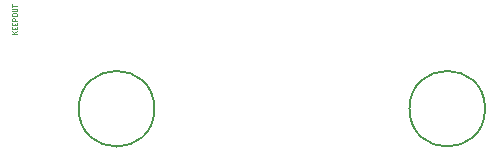
<source format=gbr>
G04 #@! TF.GenerationSoftware,KiCad,Pcbnew,5.1.10*
G04 #@! TF.CreationDate,2021-09-27T12:50:11+02:00*
G04 #@! TF.ProjectId,KXKM_ESP32_battery_management_board,4b584b4d-5f45-4535-9033-325f62617474,3.0*
G04 #@! TF.SameCoordinates,PX623a7c0PY839b680*
G04 #@! TF.FileFunction,Other,Comment*
%FSLAX46Y46*%
G04 Gerber Fmt 4.6, Leading zero omitted, Abs format (unit mm)*
G04 Created by KiCad (PCBNEW 5.1.10) date 2021-09-27 12:50:11*
%MOMM*%
%LPD*%
G01*
G04 APERTURE LIST*
%ADD10C,0.150000*%
%ADD11C,0.070000*%
G04 APERTURE END LIST*
D10*
X17450000Y42750000D02*
G75*
G03*
X17450000Y42750000I-3200000J0D01*
G01*
X45450000Y42750000D02*
G75*
G03*
X45450000Y42750000I-3200000J0D01*
G01*
D11*
X5820952Y49061905D02*
X5420952Y49061905D01*
X5820952Y49290477D02*
X5592380Y49119048D01*
X5420952Y49290477D02*
X5649523Y49061905D01*
X5611428Y49461905D02*
X5611428Y49595239D01*
X5820952Y49652381D02*
X5820952Y49461905D01*
X5420952Y49461905D01*
X5420952Y49652381D01*
X5611428Y49823810D02*
X5611428Y49957143D01*
X5820952Y50014286D02*
X5820952Y49823810D01*
X5420952Y49823810D01*
X5420952Y50014286D01*
X5820952Y50185715D02*
X5420952Y50185715D01*
X5420952Y50338096D01*
X5440000Y50376191D01*
X5459047Y50395239D01*
X5497142Y50414286D01*
X5554285Y50414286D01*
X5592380Y50395239D01*
X5611428Y50376191D01*
X5630476Y50338096D01*
X5630476Y50185715D01*
X5420952Y50661905D02*
X5420952Y50738096D01*
X5440000Y50776191D01*
X5478095Y50814286D01*
X5554285Y50833334D01*
X5687619Y50833334D01*
X5763809Y50814286D01*
X5801904Y50776191D01*
X5820952Y50738096D01*
X5820952Y50661905D01*
X5801904Y50623810D01*
X5763809Y50585715D01*
X5687619Y50566667D01*
X5554285Y50566667D01*
X5478095Y50585715D01*
X5440000Y50623810D01*
X5420952Y50661905D01*
X5420952Y51004762D02*
X5744761Y51004762D01*
X5782857Y51023810D01*
X5801904Y51042858D01*
X5820952Y51080953D01*
X5820952Y51157143D01*
X5801904Y51195239D01*
X5782857Y51214286D01*
X5744761Y51233334D01*
X5420952Y51233334D01*
X5420952Y51366667D02*
X5420952Y51595239D01*
X5820952Y51480953D02*
X5420952Y51480953D01*
M02*

</source>
